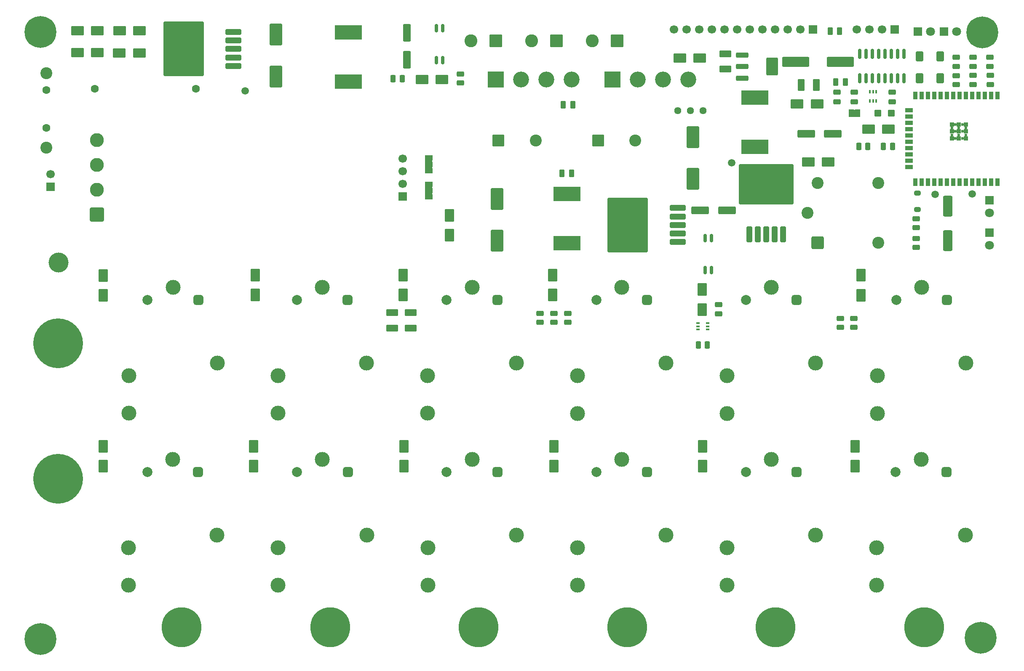
<source format=gbr>
%TF.GenerationSoftware,KiCad,Pcbnew,9.0.5*%
%TF.CreationDate,2025-10-18T22:02:24+01:00*%
%TF.ProjectId,Smart Home Energy Management System,536d6172-7420-4486-9f6d-6520456e6572,rev?*%
%TF.SameCoordinates,Original*%
%TF.FileFunction,Soldermask,Top*%
%TF.FilePolarity,Negative*%
%FSLAX46Y46*%
G04 Gerber Fmt 4.6, Leading zero omitted, Abs format (unit mm)*
G04 Created by KiCad (PCBNEW 9.0.5) date 2025-10-18 22:02:24*
%MOMM*%
%LPD*%
G01*
G04 APERTURE LIST*
G04 Aperture macros list*
%AMRoundRect*
0 Rectangle with rounded corners*
0 $1 Rounding radius*
0 $2 $3 $4 $5 $6 $7 $8 $9 X,Y pos of 4 corners*
0 Add a 4 corners polygon primitive as box body*
4,1,4,$2,$3,$4,$5,$6,$7,$8,$9,$2,$3,0*
0 Add four circle primitives for the rounded corners*
1,1,$1+$1,$2,$3*
1,1,$1+$1,$4,$5*
1,1,$1+$1,$6,$7*
1,1,$1+$1,$8,$9*
0 Add four rect primitives between the rounded corners*
20,1,$1+$1,$2,$3,$4,$5,0*
20,1,$1+$1,$4,$5,$6,$7,0*
20,1,$1+$1,$6,$7,$8,$9,0*
20,1,$1+$1,$8,$9,$2,$3,0*%
G04 Aperture macros list end*
%ADD10C,3.000000*%
%ADD11RoundRect,0.500000X0.500000X-0.500000X0.500000X0.500000X-0.500000X0.500000X-0.500000X-0.500000X0*%
%ADD12C,2.000000*%
%ADD13RoundRect,0.150000X-0.150000X0.825000X-0.150000X-0.825000X0.150000X-0.825000X0.150000X0.825000X0*%
%ADD14RoundRect,0.250000X1.000000X-1.950000X1.000000X1.950000X-1.000000X1.950000X-1.000000X-1.950000X0*%
%ADD15RoundRect,0.250000X1.350000X0.325000X-1.350000X0.325000X-1.350000X-0.325000X1.350000X-0.325000X0*%
%ADD16C,0.500000*%
%ADD17RoundRect,0.250000X-3.800000X5.250000X-3.800000X-5.250000X3.800000X-5.250000X3.800000X5.250000X0*%
%ADD18RoundRect,0.267317X-0.470683X0.280683X-0.470683X-0.280683X0.470683X-0.280683X0.470683X0.280683X0*%
%ADD19R,1.800000X1.800000*%
%ADD20C,1.800000*%
%ADD21RoundRect,0.267317X0.470683X-0.280683X0.470683X0.280683X-0.470683X0.280683X-0.470683X-0.280683X0*%
%ADD22RoundRect,0.269000X-0.494000X0.269000X-0.494000X-0.269000X0.494000X-0.269000X0.494000X0.269000X0*%
%ADD23RoundRect,0.269000X-0.269000X-0.494000X0.269000X-0.494000X0.269000X0.494000X-0.269000X0.494000X0*%
%ADD24RoundRect,0.250000X0.700000X-1.825000X0.700000X1.825000X-0.700000X1.825000X-0.700000X-1.825000X0*%
%ADD25RoundRect,0.263396X0.949604X-0.434604X0.949604X0.434604X-0.949604X0.434604X-0.949604X-0.434604X0*%
%ADD26RoundRect,0.269000X0.269000X0.494000X-0.269000X0.494000X-0.269000X-0.494000X0.269000X-0.494000X0*%
%ADD27RoundRect,0.100000X-0.100000X0.225000X-0.100000X-0.225000X0.100000X-0.225000X0.100000X0.225000X0*%
%ADD28R,1.700000X1.700000*%
%ADD29C,1.700000*%
%ADD30RoundRect,0.250000X-0.457500X-0.445000X0.457500X-0.445000X0.457500X0.445000X-0.457500X0.445000X0*%
%ADD31C,6.400000*%
%ADD32RoundRect,0.260556X-1.027444X-0.677444X1.027444X-0.677444X1.027444X0.677444X-1.027444X0.677444X0*%
%ADD33C,2.400000*%
%ADD34C,1.500000*%
%ADD35RoundRect,0.263396X-0.949604X0.434604X-0.949604X-0.434604X0.949604X-0.434604X0.949604X0.434604X0*%
%ADD36RoundRect,0.150000X0.150000X-0.662500X0.150000X0.662500X-0.150000X0.662500X-0.150000X-0.662500X0*%
%ADD37RoundRect,0.150000X-0.150000X0.662500X-0.150000X-0.662500X0.150000X-0.662500X0.150000X0.662500X0*%
%ADD38RoundRect,0.260556X-0.677444X1.027444X-0.677444X-1.027444X0.677444X-1.027444X0.677444X1.027444X0*%
%ADD39RoundRect,0.260556X1.027444X0.677444X-1.027444X0.677444X-1.027444X-0.677444X1.027444X-0.677444X0*%
%ADD40C,10.000000*%
%ADD41C,1.600000*%
%ADD42RoundRect,0.250000X1.050000X1.050000X-1.050000X1.050000X-1.050000X-1.050000X1.050000X-1.050000X0*%
%ADD43C,2.600000*%
%ADD44R,5.400000X2.900000*%
%ADD45RoundRect,0.269000X0.494000X-0.269000X0.494000X0.269000X-0.494000X0.269000X-0.494000X-0.269000X0*%
%ADD46RoundRect,0.250000X-1.500000X-0.550000X1.500000X-0.550000X1.500000X0.550000X-1.500000X0.550000X0*%
%ADD47R,3.200000X3.200000*%
%ADD48C,3.200000*%
%ADD49RoundRect,0.250001X-0.949999X-0.949999X0.949999X-0.949999X0.949999X0.949999X-0.949999X0.949999X0*%
%ADD50RoundRect,0.250001X1.149999X-1.149999X1.149999X1.149999X-1.149999X1.149999X-1.149999X-1.149999X0*%
%ADD51C,2.800000*%
%ADD52C,8.000000*%
%ADD53RoundRect,0.267317X-0.280683X-0.470683X0.280683X-0.470683X0.280683X0.470683X-0.280683X0.470683X0*%
%ADD54RoundRect,0.250000X-1.000000X1.950000X-1.000000X-1.950000X1.000000X-1.950000X1.000000X1.950000X0*%
%ADD55RoundRect,0.287778X-0.489222X-0.714222X0.489222X-0.714222X0.489222X0.714222X-0.489222X0.714222X0*%
%ADD56R,1.000000X1.500000*%
%ADD57C,1.440000*%
%ADD58R,1.500000X1.000000*%
%ADD59RoundRect,0.267317X0.280683X0.470683X-0.280683X0.470683X-0.280683X-0.470683X0.280683X-0.470683X0*%
%ADD60C,4.000000*%
%ADD61RoundRect,0.100000X-0.225000X-0.100000X0.225000X-0.100000X0.225000X0.100000X-0.225000X0.100000X0*%
%ADD62RoundRect,0.250000X-0.550000X1.500000X-0.550000X-1.500000X0.550000X-1.500000X0.550000X1.500000X0*%
%ADD63RoundRect,0.244000X0.394000X-0.244000X0.394000X0.244000X-0.394000X0.244000X-0.394000X-0.244000X0*%
%ADD64RoundRect,0.263396X0.434604X0.949604X-0.434604X0.949604X-0.434604X-0.949604X0.434604X-0.949604X0*%
%ADD65RoundRect,0.250000X1.000000X-1.000000X1.000000X1.000000X-1.000000X1.000000X-1.000000X-1.000000X0*%
%ADD66RoundRect,0.250000X0.325000X-1.350000X0.325000X1.350000X-0.325000X1.350000X-0.325000X-1.350000X0*%
%ADD67RoundRect,0.250000X5.250000X3.800000X-5.250000X3.800000X-5.250000X-3.800000X5.250000X-3.800000X0*%
%ADD68RoundRect,0.250000X1.000000X0.300000X-1.000000X0.300000X-1.000000X-0.300000X1.000000X-0.300000X0*%
%ADD69RoundRect,0.250000X0.920000X1.550000X-0.920000X1.550000X-0.920000X-1.550000X0.920000X-1.550000X0*%
%ADD70RoundRect,0.250000X-2.500000X-0.750000X2.500000X-0.750000X2.500000X0.750000X-2.500000X0.750000X0*%
%ADD71R,0.900000X1.500000*%
%ADD72R,1.500000X0.900000*%
%ADD73R,0.900000X0.900000*%
%ADD74C,0.600000*%
G04 APERTURE END LIST*
%TO.C,JP3*%
G36*
X218950000Y-45290000D02*
G01*
X218650000Y-45290000D01*
X218650000Y-43790000D01*
X218950000Y-43790000D01*
X218950000Y-45290000D01*
G37*
%TO.C,JP2*%
G36*
X133975000Y-54000000D02*
G01*
X132475000Y-54000000D01*
X132475000Y-55600000D01*
X133975000Y-55600000D01*
X133975000Y-54000000D01*
G37*
%TO.C,JP1*%
G36*
X133975000Y-59275000D02*
G01*
X132475000Y-59275000D01*
X132475000Y-60875000D01*
X133975000Y-60875000D01*
X133975000Y-59275000D01*
G37*
%TD*%
D10*
%TO.C,K8*%
X232194000Y-114187000D03*
X241094000Y-129387000D03*
X223294000Y-139527000D03*
X223294000Y-131927000D03*
D11*
X237294000Y-116727000D03*
D12*
X227094000Y-116727000D03*
%TD*%
D13*
%TO.C,U7*%
X228755000Y-32540000D03*
X227475000Y-32540000D03*
X226215000Y-32540000D03*
X224945000Y-32540000D03*
X223665000Y-32540000D03*
X222395000Y-32540000D03*
X221135000Y-32540000D03*
X219855000Y-32540000D03*
X219855000Y-37500000D03*
X221135000Y-37500000D03*
X222395000Y-37500000D03*
X223665000Y-37500000D03*
X224945000Y-37500000D03*
X226215000Y-37500000D03*
X227475000Y-37500000D03*
X228755000Y-37500000D03*
%TD*%
D14*
%TO.C,C1*%
X102520000Y-37110000D03*
X102520000Y-28710000D03*
%TD*%
D15*
%TO.C,U2*%
X93980000Y-34990000D03*
X93980000Y-33290000D03*
X93980000Y-31590000D03*
X93980000Y-29890000D03*
X93980000Y-28190000D03*
D16*
X86470000Y-34090000D03*
X86470000Y-31590000D03*
X86470000Y-29090000D03*
X83970000Y-34090000D03*
X83970000Y-31590000D03*
X83970000Y-29090000D03*
D17*
X83960000Y-31590000D03*
%TD*%
D18*
%TO.C,R5*%
X161200000Y-84780000D03*
X161200000Y-86600000D03*
%TD*%
D19*
%TO.C,D17*%
X245980000Y-68580000D03*
D20*
X245980000Y-71120000D03*
%TD*%
D21*
%TO.C,R19*%
X231240000Y-67570000D03*
X231240000Y-65750000D03*
%TD*%
D22*
%TO.C,C21*%
X215330000Y-40290000D03*
X215330000Y-42190000D03*
%TD*%
D19*
%TO.C,D4*%
X236816000Y-28065000D03*
D20*
X239356000Y-28065000D03*
%TD*%
D10*
%TO.C,K4*%
X172024331Y-79599062D03*
X180924331Y-94799062D03*
X163124331Y-104939062D03*
X163124331Y-97339062D03*
D11*
X177124331Y-82139062D03*
D12*
X166924331Y-82139062D03*
%TD*%
D23*
%TO.C,C20*%
X215070000Y-38220000D03*
X216970000Y-38220000D03*
%TD*%
D24*
%TO.C,C14*%
X237590000Y-70200000D03*
X237590000Y-63250000D03*
%TD*%
D10*
%TO.C,K11*%
X141955200Y-114187000D03*
X150855200Y-129387000D03*
X133055200Y-139527000D03*
X133055200Y-131927000D03*
D11*
X147055200Y-116727000D03*
D12*
X136855200Y-116727000D03*
%TD*%
D25*
%TO.C,C15*%
X192900000Y-35640000D03*
X192900000Y-32560000D03*
%TD*%
D22*
%TO.C,C4*%
X246094000Y-36870000D03*
X246094000Y-38770000D03*
%TD*%
D26*
%TO.C,C13*%
X162179000Y-42799000D03*
X160279000Y-42799000D03*
%TD*%
D21*
%TO.C,R1*%
X216000000Y-87620000D03*
X216000000Y-85800000D03*
%TD*%
D27*
%TO.C,Q2*%
X223215000Y-40195000D03*
X222565000Y-40195000D03*
X221915000Y-40195000D03*
X221915000Y-42095000D03*
X222565000Y-42095000D03*
X223215000Y-42095000D03*
%TD*%
D28*
%TO.C,J19*%
X210463000Y-27642500D03*
D29*
X207923000Y-27642500D03*
X205383000Y-27642500D03*
X202843000Y-27642500D03*
X200303000Y-27642500D03*
X197763000Y-27642500D03*
X195223000Y-27642500D03*
X192683000Y-27642500D03*
X190143000Y-27642500D03*
X187603000Y-27642500D03*
X185063000Y-27642500D03*
X182523000Y-27642500D03*
%TD*%
D30*
%TO.C,C19*%
X223515000Y-44520000D03*
X226220000Y-44520000D03*
%TD*%
D10*
%TO.C,K5*%
X141942550Y-79559705D03*
X150842550Y-94759705D03*
X133042550Y-104899705D03*
X133042550Y-97299705D03*
D11*
X147042550Y-82099705D03*
D12*
X136842550Y-82099705D03*
%TD*%
D31*
%TO.C,REF\u002A\u002A*%
X244490000Y-28220000D03*
%TD*%
D32*
%TO.C,D6*%
X71060000Y-32360000D03*
X75060000Y-32360000D03*
%TD*%
D33*
%TO.C,C8*%
X56350000Y-36475000D03*
X56350000Y-51475000D03*
%TD*%
D31*
%TO.C,REF\u002A\u002A*%
X55210000Y-28140000D03*
%TD*%
D10*
%TO.C,K10*%
X172034800Y-114187000D03*
X180934800Y-129387000D03*
X163134800Y-139527000D03*
X163134800Y-131927000D03*
D11*
X177134800Y-116727000D03*
D12*
X166934800Y-116727000D03*
%TD*%
D34*
%TO.C,TP14*%
X194100000Y-54525000D03*
%TD*%
D35*
%TO.C,C27*%
X125933200Y-84667600D03*
X125933200Y-87747600D03*
%TD*%
D36*
%TO.C,OC2*%
X188835000Y-76067500D03*
X190105000Y-76067500D03*
X190105000Y-69692500D03*
X188835000Y-69692500D03*
%TD*%
D37*
%TO.C,OC1*%
X136055000Y-27432500D03*
X134785000Y-27432500D03*
X134785000Y-33807500D03*
X136055000Y-33807500D03*
%TD*%
D18*
%TO.C,R18*%
X139570000Y-36620000D03*
X139570000Y-38440000D03*
%TD*%
D38*
%TO.C,D20*%
X158175000Y-77075000D03*
X158175000Y-81075000D03*
%TD*%
D39*
%TO.C,D2*%
X187710000Y-33390000D03*
X183710000Y-33390000D03*
%TD*%
D40*
%TO.C,J2*%
X58725000Y-118125000D03*
%TD*%
D18*
%TO.C,R20*%
X231240000Y-69700000D03*
X231240000Y-71520000D03*
%TD*%
D34*
%TO.C,TP4*%
X96350000Y-40000000D03*
%TD*%
D41*
%TO.C,R14*%
X86430000Y-39600000D03*
X66110000Y-39600000D03*
%TD*%
D39*
%TO.C,D14*%
X225667500Y-47720000D03*
X221667500Y-47720000D03*
%TD*%
D38*
%TO.C,D29*%
X67800000Y-111550000D03*
X67800000Y-115550000D03*
%TD*%
D22*
%TO.C,C3*%
X242665000Y-36870000D03*
X242665000Y-38770000D03*
%TD*%
D35*
%TO.C,C26*%
X129590800Y-84667600D03*
X129590800Y-87747600D03*
%TD*%
D34*
%TO.C,TP7*%
X235025000Y-60875000D03*
%TD*%
D32*
%TO.C,D10*%
X62610000Y-32350000D03*
X66610000Y-32350000D03*
%TD*%
D38*
%TO.C,D23*%
X67800000Y-77175000D03*
X67800000Y-81175000D03*
%TD*%
D21*
%TO.C,R11*%
X246065000Y-35070000D03*
X246065000Y-33250000D03*
%TD*%
D38*
%TO.C,D18*%
X220167200Y-77146400D03*
X220167200Y-81146400D03*
%TD*%
%TO.C,D21*%
X128075000Y-77075000D03*
X128075000Y-81075000D03*
%TD*%
D19*
%TO.C,D1*%
X231546000Y-28050000D03*
D20*
X234086000Y-28050000D03*
%TD*%
D38*
%TO.C,D26*%
X158425000Y-111550000D03*
X158425000Y-115550000D03*
%TD*%
D42*
%TO.C,XFORMER_OUT1*%
X171107000Y-29922500D03*
D43*
X166107000Y-29922500D03*
%TD*%
D44*
%TO.C,L2*%
X117120000Y-38190000D03*
X117120000Y-28290000D03*
%TD*%
D45*
%TO.C,C25*%
X226390000Y-42195000D03*
X226390000Y-40295000D03*
%TD*%
D44*
%TO.C,L3*%
X161000000Y-70700000D03*
X161000000Y-60800000D03*
%TD*%
D38*
%TO.C,D24*%
X218950000Y-111550000D03*
X218950000Y-115550000D03*
%TD*%
D46*
%TO.C,C11*%
X209080000Y-48620000D03*
X214480000Y-48620000D03*
%TD*%
D47*
%TO.C,D9*%
X170175000Y-37695000D03*
D48*
X175255000Y-37695000D03*
X180335000Y-37695000D03*
X185415000Y-37695000D03*
%TD*%
D49*
%TO.C,C9*%
X147272220Y-50000000D03*
D33*
X154772220Y-50000000D03*
%TD*%
D38*
%TO.C,D19*%
X188225000Y-80025000D03*
X188225000Y-84025000D03*
%TD*%
D50*
%TO.C,J6*%
X66516098Y-64936807D03*
D51*
X66516098Y-59936807D03*
X66516098Y-54936807D03*
X66516098Y-49936807D03*
%TD*%
D10*
%TO.C,K3*%
X202106422Y-79589474D03*
X211006422Y-94789474D03*
X193206422Y-104929474D03*
X193206422Y-97329474D03*
D11*
X207206422Y-82129474D03*
D12*
X197006422Y-82129474D03*
%TD*%
D31*
%TO.C,REF\u002A\u002A*%
X244210000Y-150090000D03*
%TD*%
D32*
%TO.C,D11*%
X62620000Y-27930000D03*
X66620000Y-27930000D03*
%TD*%
D38*
%TO.C,D12*%
X137450000Y-65050000D03*
X137450000Y-69050000D03*
%TD*%
%TO.C,D28*%
X98025000Y-111550000D03*
X98025000Y-115550000D03*
%TD*%
D18*
%TO.C,R4*%
X155600000Y-84800000D03*
X155600000Y-86620000D03*
%TD*%
D38*
%TO.C,D25*%
X188325000Y-111550000D03*
X188325000Y-115550000D03*
%TD*%
D18*
%TO.C,R8*%
X158440000Y-84800000D03*
X158440000Y-86620000D03*
%TD*%
D10*
%TO.C,K7*%
X81843890Y-79576737D03*
X90743890Y-94776737D03*
X72943890Y-104916737D03*
X72943890Y-97316737D03*
D11*
X86943890Y-82116737D03*
D12*
X76743890Y-82116737D03*
%TD*%
D38*
%TO.C,D22*%
X98375000Y-77125000D03*
X98375000Y-81125000D03*
%TD*%
D52*
%TO.C,J22*%
X173120000Y-148000000D03*
%TD*%
D53*
%TO.C,R9*%
X187440000Y-91150000D03*
X189260000Y-91150000D03*
%TD*%
D45*
%TO.C,C22*%
X218790000Y-42195000D03*
X218790000Y-40295000D03*
%TD*%
D54*
%TO.C,C7*%
X147000000Y-61800000D03*
X147000000Y-70200000D03*
%TD*%
D52*
%TO.C,J20*%
X232800000Y-148000000D03*
%TD*%
D10*
%TO.C,K6*%
X111817862Y-79576737D03*
X120717862Y-94776737D03*
X102917862Y-104916737D03*
X102917862Y-97316737D03*
D11*
X116917862Y-82116737D03*
D12*
X106717862Y-82116737D03*
%TD*%
D55*
%TO.C,SW2*%
X231870000Y-33050000D03*
X236020000Y-33050000D03*
%TD*%
D56*
%TO.C,JP3*%
X219450000Y-44540000D03*
X218150000Y-44540000D03*
%TD*%
D14*
%TO.C,C2*%
X186359800Y-57726800D03*
X186359800Y-49326800D03*
%TD*%
D57*
%TO.C,RV1*%
X183340000Y-44030000D03*
X185880000Y-44030000D03*
X188420000Y-44030000D03*
%TD*%
D21*
%TO.C,R7*%
X218670000Y-87610000D03*
X218670000Y-85790000D03*
%TD*%
%TO.C,R10*%
X239236000Y-38775000D03*
X239236000Y-36955000D03*
%TD*%
D28*
%TO.C,J3*%
X57225000Y-59350000D03*
D29*
X57225000Y-56810000D03*
%TD*%
D15*
%TO.C,U1*%
X183260000Y-70400000D03*
X183260000Y-68700000D03*
X183260000Y-67000000D03*
X183260000Y-65300000D03*
X183260000Y-63600000D03*
D16*
X175750000Y-69500000D03*
X175750000Y-67000000D03*
X175750000Y-64500000D03*
X173250000Y-69500000D03*
X173250000Y-67000000D03*
X173250000Y-64500000D03*
D17*
X173240000Y-67000000D03*
%TD*%
D58*
%TO.C,JP2*%
X133225000Y-53500000D03*
X133225000Y-54800000D03*
X133225000Y-56100000D03*
%TD*%
D59*
%TO.C,R21*%
X226450000Y-51190000D03*
X224630000Y-51190000D03*
%TD*%
D52*
%TO.C,J23*%
X143280000Y-148000000D03*
%TD*%
D55*
%TO.C,SW1*%
X231870000Y-37450000D03*
X236020000Y-37450000D03*
%TD*%
D26*
%TO.C,C12*%
X161935200Y-56616600D03*
X160035200Y-56616600D03*
%TD*%
D18*
%TO.C,R12*%
X239265000Y-33250000D03*
X239265000Y-35070000D03*
%TD*%
D46*
%TO.C,C5*%
X187792400Y-64058800D03*
X193192400Y-64058800D03*
%TD*%
D58*
%TO.C,JP1*%
X133225000Y-58775000D03*
X133225000Y-60075000D03*
X133225000Y-61375000D03*
%TD*%
D44*
%TO.C,L1*%
X198780400Y-51254200D03*
X198780400Y-41354200D03*
%TD*%
D60*
%TO.C,J10*%
X58850000Y-74525000D03*
%TD*%
D52*
%TO.C,J25*%
X83600000Y-148000000D03*
%TD*%
D31*
%TO.C,REF\u002A\u002A*%
X55170000Y-150360000D03*
%TD*%
D47*
%TO.C,D8*%
X146695000Y-37695000D03*
D48*
X151775000Y-37695000D03*
X156855000Y-37695000D03*
X161935000Y-37695000D03*
%TD*%
D23*
%TO.C,C18*%
X213925000Y-28000000D03*
X215825000Y-28000000D03*
%TD*%
D39*
%TO.C,D13*%
X211300000Y-42670000D03*
X207300000Y-42670000D03*
%TD*%
D59*
%TO.C,R3*%
X127900000Y-37530000D03*
X126080000Y-37530000D03*
%TD*%
D38*
%TO.C,D27*%
X128250000Y-111550000D03*
X128250000Y-115550000D03*
%TD*%
D40*
%TO.C,J1*%
X58725000Y-90850000D03*
%TD*%
D10*
%TO.C,K12*%
X111875600Y-114187000D03*
X120775600Y-129387000D03*
X102975600Y-139527000D03*
X102975600Y-131927000D03*
D11*
X116975600Y-116727000D03*
D12*
X106775600Y-116727000D03*
%TD*%
D61*
%TO.C,Q1*%
X187400000Y-86762500D03*
X187400000Y-87412500D03*
X187400000Y-88062500D03*
X189300000Y-88062500D03*
X189300000Y-87412500D03*
X189300000Y-86762500D03*
%TD*%
D62*
%TO.C,C6*%
X128870000Y-28370000D03*
X128870000Y-33770000D03*
%TD*%
D21*
%TO.C,R2*%
X191516000Y-84886800D03*
X191516000Y-83066800D03*
%TD*%
D19*
%TO.C,D16*%
X245980000Y-62070000D03*
D20*
X245980000Y-64610000D03*
%TD*%
D63*
%TO.C,DZ1*%
X231450000Y-63880000D03*
X231450000Y-60580000D03*
%TD*%
D32*
%TO.C,D5*%
X209550000Y-54310000D03*
X213550000Y-54310000D03*
%TD*%
D42*
%TO.C,XFORMER_IN*%
X158900000Y-29922500D03*
D43*
X153900000Y-29922500D03*
%TD*%
D32*
%TO.C,D3*%
X131880000Y-37730000D03*
X135880000Y-37730000D03*
%TD*%
D64*
%TO.C,C16*%
X211166200Y-38862000D03*
X208086200Y-38862000D03*
%TD*%
D33*
%TO.C,K1*%
X209380000Y-64590000D03*
X223580000Y-58590000D03*
X223580000Y-70590000D03*
D65*
X211380000Y-70590000D03*
D33*
X211380000Y-58590000D03*
%TD*%
D28*
%TO.C,J14*%
X226870000Y-27650000D03*
D29*
X224330000Y-27650000D03*
X221790000Y-27650000D03*
X219250000Y-27650000D03*
%TD*%
D34*
%TO.C,TP8*%
X242450000Y-60800000D03*
%TD*%
D66*
%TO.C,U4*%
X197690000Y-68860000D03*
X199390000Y-68860000D03*
X201090000Y-68860000D03*
X202790000Y-68860000D03*
X204490000Y-68860000D03*
D16*
X198590000Y-61350000D03*
X201090000Y-61350000D03*
X203590000Y-61350000D03*
X198590000Y-58850000D03*
X201090000Y-58850000D03*
X203590000Y-58850000D03*
D67*
X201090000Y-58840000D03*
%TD*%
D68*
%TO.C,U5*%
X196290000Y-32850000D03*
X196290000Y-35150000D03*
X196290000Y-37450000D03*
D16*
X202260000Y-36150000D03*
X202260000Y-35150000D03*
D69*
X202260000Y-35150000D03*
D16*
X202260000Y-34150000D03*
%TD*%
D42*
%TO.C,XFORMER_OUT2*%
X146693000Y-29922500D03*
D43*
X141693000Y-29922500D03*
%TD*%
D52*
%TO.C,J21*%
X202960000Y-148000000D03*
%TD*%
D70*
%TO.C,Y1*%
X207040000Y-34210000D03*
X215940000Y-34210000D03*
%TD*%
D52*
%TO.C,J24*%
X113440000Y-148000000D03*
%TD*%
D49*
%TO.C,C10*%
X167272220Y-50000000D03*
D33*
X174772220Y-50000000D03*
%TD*%
D32*
%TO.C,D7*%
X71080000Y-27890000D03*
X75080000Y-27890000D03*
%TD*%
D10*
%TO.C,K2*%
X232326329Y-79595347D03*
X241226329Y-94795347D03*
X223426329Y-104935347D03*
X223426329Y-97335347D03*
D11*
X237426329Y-82135347D03*
D12*
X227226329Y-82135347D03*
%TD*%
D21*
%TO.C,R6*%
X242665000Y-35070000D03*
X242665000Y-33250000D03*
%TD*%
D53*
%TO.C,R22*%
X219700000Y-51180000D03*
X221520000Y-51180000D03*
%TD*%
D10*
%TO.C,K9*%
X202114400Y-114187000D03*
X211014400Y-129387000D03*
X193214400Y-139527000D03*
X193214400Y-131927000D03*
D11*
X207214400Y-116727000D03*
D12*
X197014400Y-116727000D03*
%TD*%
D41*
%TO.C,R13*%
X56388000Y-39878000D03*
X56388000Y-47498000D03*
%TD*%
D10*
%TO.C,K13*%
X81796000Y-114187000D03*
X90696000Y-129387000D03*
X72896000Y-139527000D03*
X72896000Y-131927000D03*
D11*
X86896000Y-116727000D03*
D12*
X76696000Y-116727000D03*
%TD*%
D71*
%TO.C,U3*%
X247525000Y-40920000D03*
X246255000Y-40920000D03*
X244985000Y-40920000D03*
X243715000Y-40920000D03*
X242445000Y-40920000D03*
X241175000Y-40920000D03*
X239905000Y-40920000D03*
X238635000Y-40920000D03*
X237365000Y-40920000D03*
X236095000Y-40920000D03*
X234825000Y-40920000D03*
X233555000Y-40920000D03*
X232285000Y-40920000D03*
X231015000Y-40920000D03*
D72*
X229765000Y-43955000D03*
X229765000Y-45225000D03*
X229765000Y-46495000D03*
X229765000Y-47765000D03*
X229765000Y-49035000D03*
X229765000Y-50305000D03*
X229765000Y-51575000D03*
X229765000Y-52845000D03*
X229765000Y-54115000D03*
X229765000Y-55385000D03*
D71*
X231015000Y-58420000D03*
X232285000Y-58420000D03*
X233555000Y-58420000D03*
X234825000Y-58420000D03*
X236095000Y-58420000D03*
X237365000Y-58420000D03*
X238635000Y-58420000D03*
X239905000Y-58420000D03*
X241175000Y-58420000D03*
X242445000Y-58420000D03*
X243715000Y-58420000D03*
X244985000Y-58420000D03*
X246255000Y-58420000D03*
X247525000Y-58420000D03*
D73*
X241205000Y-46770000D03*
D74*
X240505000Y-46770000D03*
D73*
X239805000Y-46770000D03*
D74*
X239105000Y-46770000D03*
D73*
X238405000Y-46770000D03*
D74*
X241205000Y-47470000D03*
X239805000Y-47470000D03*
X238405000Y-47470000D03*
D73*
X241205000Y-48170000D03*
D74*
X240505000Y-48170000D03*
D73*
X239805000Y-48170000D03*
D74*
X239105000Y-48170000D03*
D73*
X238405000Y-48170000D03*
D74*
X241205000Y-48870000D03*
X239805000Y-48870000D03*
X238405000Y-48870000D03*
D73*
X241205000Y-49570000D03*
D74*
X240505000Y-49570000D03*
D73*
X239805000Y-49570000D03*
D74*
X239105000Y-49570000D03*
D73*
X238405000Y-49570000D03*
%TD*%
D28*
%TO.C,J11*%
X128031200Y-61258200D03*
D29*
X128031200Y-58718200D03*
X128031200Y-56178200D03*
X128031200Y-53638200D03*
%TD*%
M02*

</source>
